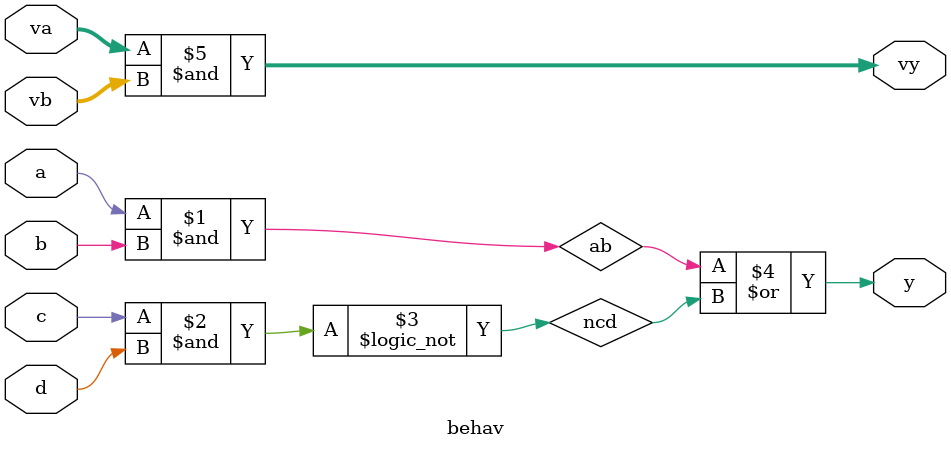
<source format=v>
/*ENTITY gates IS PORT
(
a, b, c, d : IN STD_LOGIC;
y : OUT STD_LOGIC;
va, vb : IN STD_LOGIC_VECTOR( 0 TO 3 );
vy : OUT STD_LOGIC_VECTOR( 0 TO 3 )
);
END gates;
ARCHITECTURE behav OF gates IS
SIGNAL ab, ncd : STD_LOGIC;
BEGIN
ab <= a AND b;
ncd <= NOT ( c AND d );
y <= ab OR ncd;
vy <= va AND vb;
END behav;
*/

module behav (a, b, c, d, y, va, vb, vy);

input a,b ,c, d;
output y;
input [0:3] va;
input [0:3] vb;
output [0:3] vy;

/*reg y;
reg [0:3] vy;	*/
	
wire ab, ncr;


assign ab = a & b;
assign ncd = !(c&d);
assign y = ab|ncd;
assign vy = va&vb;




endmodule
</source>
